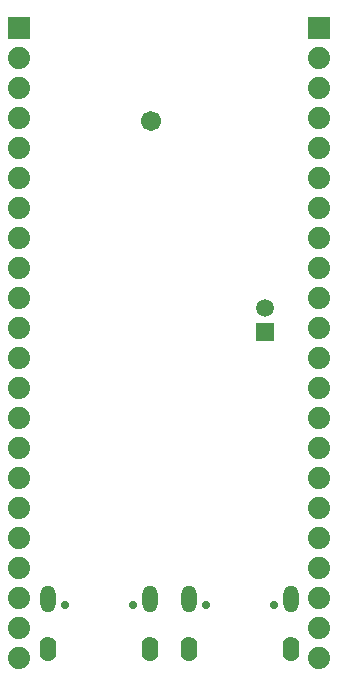
<source format=gbr>
G04 #@! TF.GenerationSoftware,KiCad,Pcbnew,5.1.0-rc2-unknown-036be7d~80~ubuntu16.04.1*
G04 #@! TF.CreationDate,2023-05-16T15:29:05+03:00*
G04 #@! TF.ProjectId,ESP32-S3-DevKit-LiPo_Rev_B,45535033-322d-4533-932d-4465764b6974,B*
G04 #@! TF.SameCoordinates,Original*
G04 #@! TF.FileFunction,Soldermask,Bot*
G04 #@! TF.FilePolarity,Negative*
%FSLAX46Y46*%
G04 Gerber Fmt 4.6, Leading zero omitted, Abs format (unit mm)*
G04 Created by KiCad (PCBNEW 5.1.0-rc2-unknown-036be7d~80~ubuntu16.04.1) date 2023-05-16 15:29:05*
%MOMM*%
%LPD*%
G04 APERTURE LIST*
%ADD10C,1.501600*%
%ADD11R,1.501600X1.501600*%
%ADD12C,1.879600*%
%ADD13R,1.879600X1.879600*%
%ADD14C,0.701600*%
%ADD15O,1.301600X2.301600*%
%ADD16O,1.401600X2.101600*%
%ADD17C,1.701600*%
G04 APERTURE END LIST*
D10*
X151655780Y-88534240D03*
D11*
X151658320Y-90563700D03*
D12*
X156210000Y-115570000D03*
X156210000Y-118110000D03*
X156210000Y-72390000D03*
X156210000Y-69850000D03*
X156210000Y-67310000D03*
D13*
X156210000Y-64770000D03*
D12*
X156210000Y-74930000D03*
X156210000Y-77470000D03*
X156210000Y-82550000D03*
X156210000Y-80010000D03*
X156210000Y-85090000D03*
X156210000Y-87630000D03*
X156210000Y-92710000D03*
X156210000Y-90170000D03*
X156210000Y-95250000D03*
X156210000Y-97790000D03*
X156210000Y-102870000D03*
X156210000Y-100330000D03*
X156210000Y-110490000D03*
X156210000Y-113030000D03*
X156210000Y-107950000D03*
X156210000Y-105410000D03*
D14*
X140431000Y-113675000D03*
D15*
X141861000Y-113175000D03*
D16*
X141861000Y-117355000D03*
X133221000Y-117355000D03*
D14*
X134651000Y-113675000D03*
D15*
X133221000Y-113175000D03*
D14*
X152369000Y-113675000D03*
D15*
X153799000Y-113175000D03*
D16*
X153799000Y-117355000D03*
X145159000Y-117355000D03*
D14*
X146589000Y-113675000D03*
D15*
X145159000Y-113175000D03*
D12*
X130810000Y-115569999D03*
X130810000Y-118109999D03*
X130810000Y-72389999D03*
X130810000Y-69849999D03*
X130810000Y-67309999D03*
D13*
X130810000Y-64769999D03*
D12*
X130810000Y-74929999D03*
X130810000Y-77469999D03*
X130810000Y-82549999D03*
X130810000Y-80009999D03*
X130810000Y-85089999D03*
X130810000Y-87629999D03*
X130810000Y-92709999D03*
X130810000Y-90169999D03*
X130810000Y-95249999D03*
X130810000Y-97789999D03*
X130810000Y-102869999D03*
X130810000Y-100329999D03*
X130810000Y-110489999D03*
X130810000Y-113029999D03*
X130810000Y-107949999D03*
X130810000Y-105409999D03*
D17*
X142010000Y-72691000D03*
M02*

</source>
